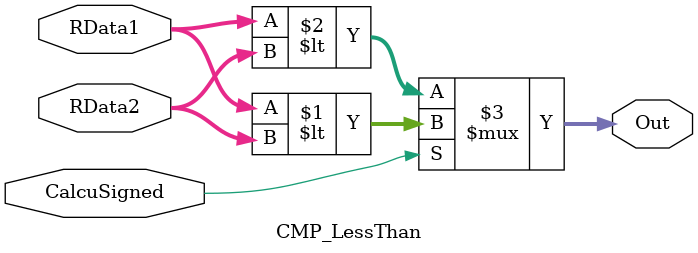
<source format=v>
`timescale 1ns / 1ps
module CMP_LessThan(
	input wire [31:0] RData1,
	input wire [31:0] RData2,
	input wire CalcuSigned,
	output wire [31:0] Out
    );
	
	assign Out  = CalcuSigned ? $signed(RData1) < $signed(RData2) :
							   RData1 < RData2;
	
endmodule

</source>
